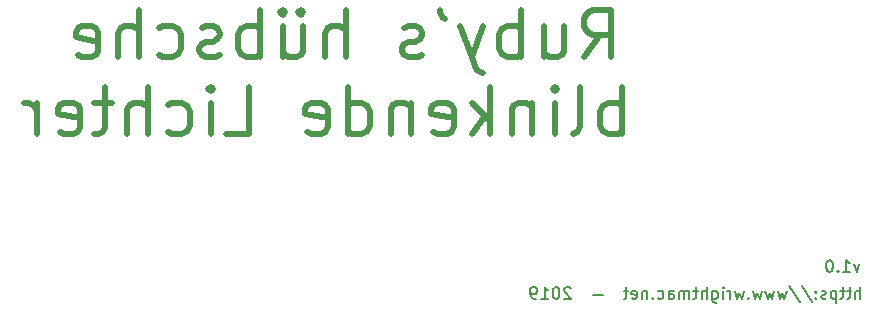
<source format=gbr>
G04 #@! TF.GenerationSoftware,KiCad,Pcbnew,(5.1.2-1)-1*
G04 #@! TF.CreationDate,2019-05-31T16:35:32-04:00*
G04 #@! TF.ProjectId,RubyLights,52756279-4c69-4676-9874-732e6b696361,.5*
G04 #@! TF.SameCoordinates,Original*
G04 #@! TF.FileFunction,Legend,Bot*
G04 #@! TF.FilePolarity,Positive*
%FSLAX46Y46*%
G04 Gerber Fmt 4.6, Leading zero omitted, Abs format (unit mm)*
G04 Created by KiCad (PCBNEW (5.1.2-1)-1) date 2019-05-31 16:35:32*
%MOMM*%
%LPD*%
G04 APERTURE LIST*
%ADD10C,0.150000*%
%ADD11C,0.500000*%
G04 APERTURE END LIST*
D10*
X127412571Y-109259714D02*
X127174476Y-109926380D01*
X126936380Y-109259714D01*
X126031619Y-109926380D02*
X126603047Y-109926380D01*
X126317333Y-109926380D02*
X126317333Y-108926380D01*
X126412571Y-109069238D01*
X126507809Y-109164476D01*
X126603047Y-109212095D01*
X125603047Y-109831142D02*
X125555428Y-109878761D01*
X125603047Y-109926380D01*
X125650666Y-109878761D01*
X125603047Y-109831142D01*
X125603047Y-109926380D01*
X124936380Y-108926380D02*
X124841142Y-108926380D01*
X124745904Y-108974000D01*
X124698285Y-109021619D01*
X124650666Y-109116857D01*
X124603047Y-109307333D01*
X124603047Y-109545428D01*
X124650666Y-109735904D01*
X124698285Y-109831142D01*
X124745904Y-109878761D01*
X124841142Y-109926380D01*
X124936380Y-109926380D01*
X125031619Y-109878761D01*
X125079238Y-109831142D01*
X125126857Y-109735904D01*
X125174476Y-109545428D01*
X125174476Y-109307333D01*
X125126857Y-109116857D01*
X125079238Y-109021619D01*
X125031619Y-108974000D01*
X124936380Y-108926380D01*
X127490380Y-112212380D02*
X127490380Y-111212380D01*
X127061809Y-112212380D02*
X127061809Y-111688571D01*
X127109428Y-111593333D01*
X127204666Y-111545714D01*
X127347523Y-111545714D01*
X127442761Y-111593333D01*
X127490380Y-111640952D01*
X126728476Y-111545714D02*
X126347523Y-111545714D01*
X126585619Y-111212380D02*
X126585619Y-112069523D01*
X126538000Y-112164761D01*
X126442761Y-112212380D01*
X126347523Y-112212380D01*
X126157047Y-111545714D02*
X125776095Y-111545714D01*
X126014190Y-111212380D02*
X126014190Y-112069523D01*
X125966571Y-112164761D01*
X125871333Y-112212380D01*
X125776095Y-112212380D01*
X125442761Y-111545714D02*
X125442761Y-112545714D01*
X125442761Y-111593333D02*
X125347523Y-111545714D01*
X125157047Y-111545714D01*
X125061809Y-111593333D01*
X125014190Y-111640952D01*
X124966571Y-111736190D01*
X124966571Y-112021904D01*
X125014190Y-112117142D01*
X125061809Y-112164761D01*
X125157047Y-112212380D01*
X125347523Y-112212380D01*
X125442761Y-112164761D01*
X124585619Y-112164761D02*
X124490380Y-112212380D01*
X124299904Y-112212380D01*
X124204666Y-112164761D01*
X124157047Y-112069523D01*
X124157047Y-112021904D01*
X124204666Y-111926666D01*
X124299904Y-111879047D01*
X124442761Y-111879047D01*
X124538000Y-111831428D01*
X124585619Y-111736190D01*
X124585619Y-111688571D01*
X124538000Y-111593333D01*
X124442761Y-111545714D01*
X124299904Y-111545714D01*
X124204666Y-111593333D01*
X123728476Y-112117142D02*
X123680857Y-112164761D01*
X123728476Y-112212380D01*
X123776095Y-112164761D01*
X123728476Y-112117142D01*
X123728476Y-112212380D01*
X123728476Y-111593333D02*
X123680857Y-111640952D01*
X123728476Y-111688571D01*
X123776095Y-111640952D01*
X123728476Y-111593333D01*
X123728476Y-111688571D01*
X122538000Y-111164761D02*
X123395142Y-112450476D01*
X121490380Y-111164761D02*
X122347523Y-112450476D01*
X121252285Y-111545714D02*
X121061809Y-112212380D01*
X120871333Y-111736190D01*
X120680857Y-112212380D01*
X120490380Y-111545714D01*
X120204666Y-111545714D02*
X120014190Y-112212380D01*
X119823714Y-111736190D01*
X119633238Y-112212380D01*
X119442761Y-111545714D01*
X119157047Y-111545714D02*
X118966571Y-112212380D01*
X118776095Y-111736190D01*
X118585619Y-112212380D01*
X118395142Y-111545714D01*
X118014190Y-112117142D02*
X117966571Y-112164761D01*
X118014190Y-112212380D01*
X118061809Y-112164761D01*
X118014190Y-112117142D01*
X118014190Y-112212380D01*
X117633238Y-111545714D02*
X117442761Y-112212380D01*
X117252285Y-111736190D01*
X117061809Y-112212380D01*
X116871333Y-111545714D01*
X116490380Y-112212380D02*
X116490380Y-111545714D01*
X116490380Y-111736190D02*
X116442761Y-111640952D01*
X116395142Y-111593333D01*
X116299904Y-111545714D01*
X116204666Y-111545714D01*
X115871333Y-112212380D02*
X115871333Y-111545714D01*
X115871333Y-111212380D02*
X115918952Y-111260000D01*
X115871333Y-111307619D01*
X115823714Y-111260000D01*
X115871333Y-111212380D01*
X115871333Y-111307619D01*
X114966571Y-111545714D02*
X114966571Y-112355238D01*
X115014190Y-112450476D01*
X115061809Y-112498095D01*
X115157047Y-112545714D01*
X115299904Y-112545714D01*
X115395142Y-112498095D01*
X114966571Y-112164761D02*
X115061809Y-112212380D01*
X115252285Y-112212380D01*
X115347523Y-112164761D01*
X115395142Y-112117142D01*
X115442761Y-112021904D01*
X115442761Y-111736190D01*
X115395142Y-111640952D01*
X115347523Y-111593333D01*
X115252285Y-111545714D01*
X115061809Y-111545714D01*
X114966571Y-111593333D01*
X114490380Y-112212380D02*
X114490380Y-111212380D01*
X114061809Y-112212380D02*
X114061809Y-111688571D01*
X114109428Y-111593333D01*
X114204666Y-111545714D01*
X114347523Y-111545714D01*
X114442761Y-111593333D01*
X114490380Y-111640952D01*
X113728476Y-111545714D02*
X113347523Y-111545714D01*
X113585619Y-111212380D02*
X113585619Y-112069523D01*
X113538000Y-112164761D01*
X113442761Y-112212380D01*
X113347523Y-112212380D01*
X113014190Y-112212380D02*
X113014190Y-111545714D01*
X113014190Y-111640952D02*
X112966571Y-111593333D01*
X112871333Y-111545714D01*
X112728476Y-111545714D01*
X112633238Y-111593333D01*
X112585619Y-111688571D01*
X112585619Y-112212380D01*
X112585619Y-111688571D02*
X112538000Y-111593333D01*
X112442761Y-111545714D01*
X112299904Y-111545714D01*
X112204666Y-111593333D01*
X112157047Y-111688571D01*
X112157047Y-112212380D01*
X111252285Y-112212380D02*
X111252285Y-111688571D01*
X111299904Y-111593333D01*
X111395142Y-111545714D01*
X111585619Y-111545714D01*
X111680857Y-111593333D01*
X111252285Y-112164761D02*
X111347523Y-112212380D01*
X111585619Y-112212380D01*
X111680857Y-112164761D01*
X111728476Y-112069523D01*
X111728476Y-111974285D01*
X111680857Y-111879047D01*
X111585619Y-111831428D01*
X111347523Y-111831428D01*
X111252285Y-111783809D01*
X110347523Y-112164761D02*
X110442761Y-112212380D01*
X110633238Y-112212380D01*
X110728476Y-112164761D01*
X110776095Y-112117142D01*
X110823714Y-112021904D01*
X110823714Y-111736190D01*
X110776095Y-111640952D01*
X110728476Y-111593333D01*
X110633238Y-111545714D01*
X110442761Y-111545714D01*
X110347523Y-111593333D01*
X109918952Y-112117142D02*
X109871333Y-112164761D01*
X109918952Y-112212380D01*
X109966571Y-112164761D01*
X109918952Y-112117142D01*
X109918952Y-112212380D01*
X109442761Y-111545714D02*
X109442761Y-112212380D01*
X109442761Y-111640952D02*
X109395142Y-111593333D01*
X109299904Y-111545714D01*
X109157047Y-111545714D01*
X109061809Y-111593333D01*
X109014190Y-111688571D01*
X109014190Y-112212380D01*
X108157047Y-112164761D02*
X108252285Y-112212380D01*
X108442761Y-112212380D01*
X108538000Y-112164761D01*
X108585619Y-112069523D01*
X108585619Y-111688571D01*
X108538000Y-111593333D01*
X108442761Y-111545714D01*
X108252285Y-111545714D01*
X108157047Y-111593333D01*
X108109428Y-111688571D01*
X108109428Y-111783809D01*
X108585619Y-111879047D01*
X107823714Y-111545714D02*
X107442761Y-111545714D01*
X107680857Y-111212380D02*
X107680857Y-112069523D01*
X107633238Y-112164761D01*
X107538000Y-112212380D01*
X107442761Y-112212380D01*
X105680857Y-111879047D02*
X104823714Y-111879047D01*
X102966571Y-111307619D02*
X102918952Y-111260000D01*
X102823714Y-111212380D01*
X102585619Y-111212380D01*
X102490380Y-111260000D01*
X102442761Y-111307619D01*
X102395142Y-111402857D01*
X102395142Y-111498095D01*
X102442761Y-111640952D01*
X103014190Y-112212380D01*
X102395142Y-112212380D01*
X101776095Y-111212380D02*
X101680857Y-111212380D01*
X101585619Y-111260000D01*
X101538000Y-111307619D01*
X101490380Y-111402857D01*
X101442761Y-111593333D01*
X101442761Y-111831428D01*
X101490380Y-112021904D01*
X101538000Y-112117142D01*
X101585619Y-112164761D01*
X101680857Y-112212380D01*
X101776095Y-112212380D01*
X101871333Y-112164761D01*
X101918952Y-112117142D01*
X101966571Y-112021904D01*
X102014190Y-111831428D01*
X102014190Y-111593333D01*
X101966571Y-111402857D01*
X101918952Y-111307619D01*
X101871333Y-111260000D01*
X101776095Y-111212380D01*
X100490380Y-112212380D02*
X101061809Y-112212380D01*
X100776095Y-112212380D02*
X100776095Y-111212380D01*
X100871333Y-111355238D01*
X100966571Y-111450476D01*
X101061809Y-111498095D01*
X100014190Y-112212380D02*
X99823714Y-112212380D01*
X99728476Y-112164761D01*
X99680857Y-112117142D01*
X99585619Y-111974285D01*
X99538000Y-111783809D01*
X99538000Y-111402857D01*
X99585619Y-111307619D01*
X99633238Y-111260000D01*
X99728476Y-111212380D01*
X99918952Y-111212380D01*
X100014190Y-111260000D01*
X100061809Y-111307619D01*
X100109428Y-111402857D01*
X100109428Y-111640952D01*
X100061809Y-111736190D01*
X100014190Y-111783809D01*
X99918952Y-111831428D01*
X99728476Y-111831428D01*
X99633238Y-111783809D01*
X99585619Y-111736190D01*
X99538000Y-111640952D01*
D11*
X104105523Y-91777523D02*
X105438857Y-89872761D01*
X106391238Y-91777523D02*
X106391238Y-87777523D01*
X104867428Y-87777523D01*
X104486476Y-87968000D01*
X104296000Y-88158476D01*
X104105523Y-88539428D01*
X104105523Y-89110857D01*
X104296000Y-89491809D01*
X104486476Y-89682285D01*
X104867428Y-89872761D01*
X106391238Y-89872761D01*
X100676952Y-89110857D02*
X100676952Y-91777523D01*
X102391238Y-89110857D02*
X102391238Y-91206095D01*
X102200761Y-91587047D01*
X101819809Y-91777523D01*
X101248380Y-91777523D01*
X100867428Y-91587047D01*
X100676952Y-91396571D01*
X98772190Y-91777523D02*
X98772190Y-87777523D01*
X98772190Y-89301333D02*
X98391238Y-89110857D01*
X97629333Y-89110857D01*
X97248380Y-89301333D01*
X97057904Y-89491809D01*
X96867428Y-89872761D01*
X96867428Y-91015619D01*
X97057904Y-91396571D01*
X97248380Y-91587047D01*
X97629333Y-91777523D01*
X98391238Y-91777523D01*
X98772190Y-91587047D01*
X95534095Y-89110857D02*
X94581714Y-91777523D01*
X93629333Y-89110857D02*
X94581714Y-91777523D01*
X94962666Y-92729904D01*
X95153142Y-92920380D01*
X95534095Y-93110857D01*
X91915047Y-87777523D02*
X91915047Y-87968000D01*
X92105523Y-88348952D01*
X92296000Y-88539428D01*
X90391238Y-91587047D02*
X90010285Y-91777523D01*
X89248380Y-91777523D01*
X88867428Y-91587047D01*
X88676952Y-91206095D01*
X88676952Y-91015619D01*
X88867428Y-90634666D01*
X89248380Y-90444190D01*
X89819809Y-90444190D01*
X90200761Y-90253714D01*
X90391238Y-89872761D01*
X90391238Y-89682285D01*
X90200761Y-89301333D01*
X89819809Y-89110857D01*
X89248380Y-89110857D01*
X88867428Y-89301333D01*
X83915047Y-91777523D02*
X83915047Y-87777523D01*
X82200761Y-91777523D02*
X82200761Y-89682285D01*
X82391238Y-89301333D01*
X82772190Y-89110857D01*
X83343619Y-89110857D01*
X83724571Y-89301333D01*
X83915047Y-89491809D01*
X78581714Y-89110857D02*
X78581714Y-91777523D01*
X80296000Y-89110857D02*
X80296000Y-91206095D01*
X80105523Y-91587047D01*
X79724571Y-91777523D01*
X79153142Y-91777523D01*
X78772190Y-91587047D01*
X78581714Y-91396571D01*
X80105523Y-87777523D02*
X79915047Y-87968000D01*
X80105523Y-88158476D01*
X80296000Y-87968000D01*
X80105523Y-87777523D01*
X80105523Y-88158476D01*
X78581714Y-87777523D02*
X78391238Y-87968000D01*
X78581714Y-88158476D01*
X78772190Y-87968000D01*
X78581714Y-87777523D01*
X78581714Y-88158476D01*
X76676952Y-91777523D02*
X76676952Y-87777523D01*
X76676952Y-89301333D02*
X76296000Y-89110857D01*
X75534095Y-89110857D01*
X75153142Y-89301333D01*
X74962666Y-89491809D01*
X74772190Y-89872761D01*
X74772190Y-91015619D01*
X74962666Y-91396571D01*
X75153142Y-91587047D01*
X75534095Y-91777523D01*
X76296000Y-91777523D01*
X76676952Y-91587047D01*
X73248380Y-91587047D02*
X72867428Y-91777523D01*
X72105523Y-91777523D01*
X71724571Y-91587047D01*
X71534095Y-91206095D01*
X71534095Y-91015619D01*
X71724571Y-90634666D01*
X72105523Y-90444190D01*
X72676952Y-90444190D01*
X73057904Y-90253714D01*
X73248380Y-89872761D01*
X73248380Y-89682285D01*
X73057904Y-89301333D01*
X72676952Y-89110857D01*
X72105523Y-89110857D01*
X71724571Y-89301333D01*
X68105523Y-91587047D02*
X68486476Y-91777523D01*
X69248380Y-91777523D01*
X69629333Y-91587047D01*
X69819809Y-91396571D01*
X70010285Y-91015619D01*
X70010285Y-89872761D01*
X69819809Y-89491809D01*
X69629333Y-89301333D01*
X69248380Y-89110857D01*
X68486476Y-89110857D01*
X68105523Y-89301333D01*
X66391238Y-91777523D02*
X66391238Y-87777523D01*
X64676952Y-91777523D02*
X64676952Y-89682285D01*
X64867428Y-89301333D01*
X65248380Y-89110857D01*
X65819809Y-89110857D01*
X66200761Y-89301333D01*
X66391238Y-89491809D01*
X61248380Y-91587047D02*
X61629333Y-91777523D01*
X62391238Y-91777523D01*
X62772190Y-91587047D01*
X62962666Y-91206095D01*
X62962666Y-89682285D01*
X62772190Y-89301333D01*
X62391238Y-89110857D01*
X61629333Y-89110857D01*
X61248380Y-89301333D01*
X61057904Y-89682285D01*
X61057904Y-90063238D01*
X62962666Y-90444190D01*
X107343619Y-98277523D02*
X107343619Y-94277523D01*
X107343619Y-95801333D02*
X106962666Y-95610857D01*
X106200761Y-95610857D01*
X105819809Y-95801333D01*
X105629333Y-95991809D01*
X105438857Y-96372761D01*
X105438857Y-97515619D01*
X105629333Y-97896571D01*
X105819809Y-98087047D01*
X106200761Y-98277523D01*
X106962666Y-98277523D01*
X107343619Y-98087047D01*
X103153142Y-98277523D02*
X103534095Y-98087047D01*
X103724571Y-97706095D01*
X103724571Y-94277523D01*
X101629333Y-98277523D02*
X101629333Y-95610857D01*
X101629333Y-94277523D02*
X101819809Y-94468000D01*
X101629333Y-94658476D01*
X101438857Y-94468000D01*
X101629333Y-94277523D01*
X101629333Y-94658476D01*
X99724571Y-95610857D02*
X99724571Y-98277523D01*
X99724571Y-95991809D02*
X99534095Y-95801333D01*
X99153142Y-95610857D01*
X98581714Y-95610857D01*
X98200761Y-95801333D01*
X98010285Y-96182285D01*
X98010285Y-98277523D01*
X96105523Y-98277523D02*
X96105523Y-94277523D01*
X95724571Y-96753714D02*
X94581714Y-98277523D01*
X94581714Y-95610857D02*
X96105523Y-97134666D01*
X91343619Y-98087047D02*
X91724571Y-98277523D01*
X92486476Y-98277523D01*
X92867428Y-98087047D01*
X93057904Y-97706095D01*
X93057904Y-96182285D01*
X92867428Y-95801333D01*
X92486476Y-95610857D01*
X91724571Y-95610857D01*
X91343619Y-95801333D01*
X91153142Y-96182285D01*
X91153142Y-96563238D01*
X93057904Y-96944190D01*
X89438857Y-95610857D02*
X89438857Y-98277523D01*
X89438857Y-95991809D02*
X89248380Y-95801333D01*
X88867428Y-95610857D01*
X88296000Y-95610857D01*
X87915047Y-95801333D01*
X87724571Y-96182285D01*
X87724571Y-98277523D01*
X84105523Y-98277523D02*
X84105523Y-94277523D01*
X84105523Y-98087047D02*
X84486476Y-98277523D01*
X85248380Y-98277523D01*
X85629333Y-98087047D01*
X85819809Y-97896571D01*
X86010285Y-97515619D01*
X86010285Y-96372761D01*
X85819809Y-95991809D01*
X85629333Y-95801333D01*
X85248380Y-95610857D01*
X84486476Y-95610857D01*
X84105523Y-95801333D01*
X80676952Y-98087047D02*
X81057904Y-98277523D01*
X81819809Y-98277523D01*
X82200761Y-98087047D01*
X82391238Y-97706095D01*
X82391238Y-96182285D01*
X82200761Y-95801333D01*
X81819809Y-95610857D01*
X81057904Y-95610857D01*
X80676952Y-95801333D01*
X80486476Y-96182285D01*
X80486476Y-96563238D01*
X82391238Y-96944190D01*
X73819809Y-98277523D02*
X75724571Y-98277523D01*
X75724571Y-94277523D01*
X72486476Y-98277523D02*
X72486476Y-95610857D01*
X72486476Y-94277523D02*
X72676952Y-94468000D01*
X72486476Y-94658476D01*
X72296000Y-94468000D01*
X72486476Y-94277523D01*
X72486476Y-94658476D01*
X68867428Y-98087047D02*
X69248380Y-98277523D01*
X70010285Y-98277523D01*
X70391238Y-98087047D01*
X70581714Y-97896571D01*
X70772190Y-97515619D01*
X70772190Y-96372761D01*
X70581714Y-95991809D01*
X70391238Y-95801333D01*
X70010285Y-95610857D01*
X69248380Y-95610857D01*
X68867428Y-95801333D01*
X67153142Y-98277523D02*
X67153142Y-94277523D01*
X65438857Y-98277523D02*
X65438857Y-96182285D01*
X65629333Y-95801333D01*
X66010285Y-95610857D01*
X66581714Y-95610857D01*
X66962666Y-95801333D01*
X67153142Y-95991809D01*
X64105523Y-95610857D02*
X62581714Y-95610857D01*
X63534095Y-94277523D02*
X63534095Y-97706095D01*
X63343619Y-98087047D01*
X62962666Y-98277523D01*
X62581714Y-98277523D01*
X59724571Y-98087047D02*
X60105523Y-98277523D01*
X60867428Y-98277523D01*
X61248380Y-98087047D01*
X61438857Y-97706095D01*
X61438857Y-96182285D01*
X61248380Y-95801333D01*
X60867428Y-95610857D01*
X60105523Y-95610857D01*
X59724571Y-95801333D01*
X59534095Y-96182285D01*
X59534095Y-96563238D01*
X61438857Y-96944190D01*
X57819809Y-98277523D02*
X57819809Y-95610857D01*
X57819809Y-96372761D02*
X57629333Y-95991809D01*
X57438857Y-95801333D01*
X57057904Y-95610857D01*
X56676952Y-95610857D01*
M02*

</source>
